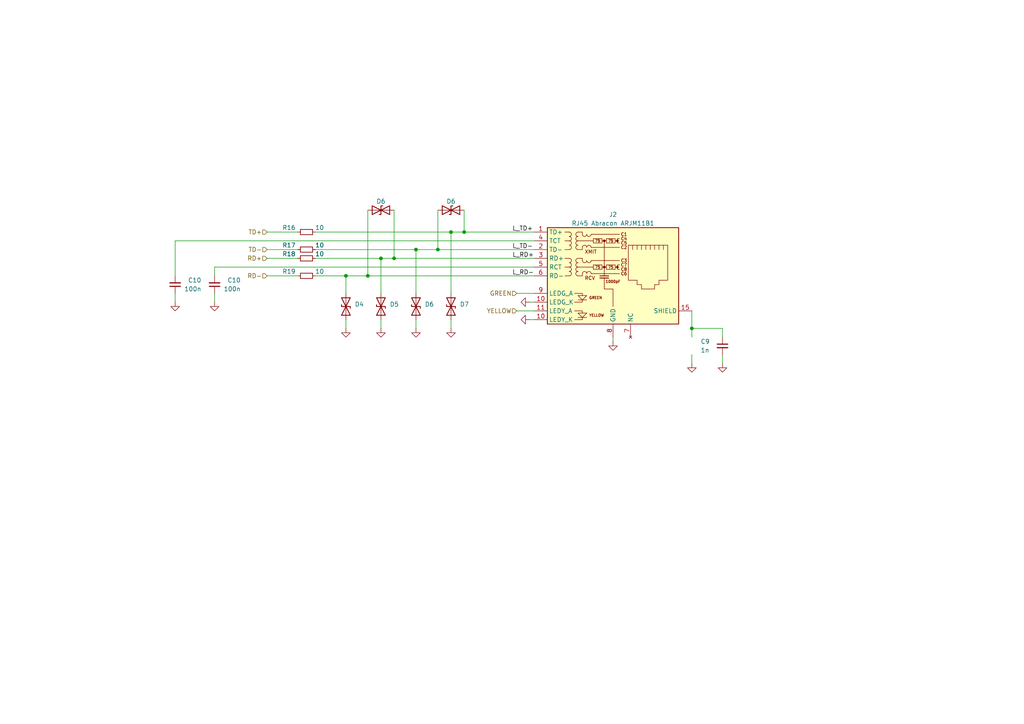
<source format=kicad_sch>
(kicad_sch (version 20230121) (generator eeschema)
  (paper "A4")
  (lib_symbols
    (symbol "Device:C_Small" (pin_numbers hide) (pin_names (offset 0.254) hide)
      (property "Reference" "C" (at 0.254 1.778 0))
      (property "Value" "C_Small" (at 0.254 -2.032 0))
      (symbol "C_Small_0_1"
        (polyline (pts (xy -1.524 -0.508) (xy 1.524 -0.508)) (stroke (width 0.3302)))
        (polyline (pts (xy -1.524 0.508) (xy 1.524 0.508)) (stroke (width 0.3048)))
      )
      (symbol "C_Small_1_1"
        (pin passive line (at 0 2.54 270) (length 2.032) (name "~") (number "1"))
        (pin passive line (at 0 -2.54 90) (length 2.032) (name "~") (number "2"))
      )
    )
    (symbol "Device:D_TVS" (pin_numbers hide) (pin_names (offset 1.016) hide)
      (property "Reference" "D" (at 0 2.54 0))
      (property "Value" "D_TVS" (at 0 -2.54 0))
      (symbol "D_TVS_0_1"
        (polyline (pts (xy 1.27 0) (xy -1.27 0)))
        (polyline (pts (xy 0.508 1.27) (xy 0 1.27) (xy 0 -1.27) (xy -0.508 -1.27)) (stroke (width 0.254)))
        (polyline (pts (xy -2.54 1.27) (xy -2.54 -1.27) (xy 2.54 1.27) (xy 2.54 -1.27) (xy -2.54 1.27)) (stroke (width 0.254)))
      )
      (symbol "D_TVS_1_1"
        (pin passive line (at -3.81 0 0) (length 2.54) (name "A1") (number "1"))
        (pin passive line (at 3.81 0 180) (length 2.54) (name "A2") (number "2"))
      )
    )
    (symbol "Device:R_Small" (pin_numbers hide) (pin_names (offset 0.254) hide)
      (property "Reference" "R" (at 0.762 0.508 0))
      (property "Value" "R_Small" (at 0.762 -1.016 0))
      (symbol "R_Small_0_1"
        (rectangle (start -0.762 1.778) (end 0.762 -1.778) (stroke (width 0.2032)))
      )
      (symbol "R_Small_1_1"
        (pin passive line (at 0 2.54 270) (length 0.762) (name "~") (number "1"))
        (pin passive line (at 0 -2.54 90) (length 0.762) (name "~") (number "2"))
      )
    )
    (symbol "My_custom_lib:RJ45_Abracon_ARJM11B1"
      (property "Reference" "J" (at 19.05 15.24 0))
      (property "Value" "RJ45 Abracon ARJM11B1" (at -19.05 15.24 0))
      (symbol "RJ45_Abracon_ARJM11B1_0_0"
        (circle (center -2.54 2.54) (radius 0.254) (stroke (width 0.254)) (fill (type outline)))
        (circle (center -2.54 10.16) (radius 0.254) (stroke (width 0.254)) (fill (type outline)))
        (polyline (pts (xy -7.62 -12.065) (xy -10.16 -12.065)))
        (polyline (pts (xy -7.62 -6.985) (xy -10.16 -6.985)))
        (polyline (pts (xy -2.54 10.16) (xy -2.54 0)))
        (polyline (pts (xy -1.27 -0.635) (xy -3.81 -0.635)) (stroke (width 0.254)))
        (polyline (pts (xy -1.27 0) (xy -3.81 0)) (stroke (width 0.254)))
        (polyline (pts (xy 1.27 2.54) (xy 0.635 2.54)))
        (polyline (pts (xy 1.27 10.16) (xy 0.635 10.16)))
        (polyline (pts (xy -11.176 -12.7) (xy -8.89 -12.7) (xy -8.89 -12.065)))
        (polyline (pts (xy -11.176 -10.16) (xy -8.89 -10.16) (xy -8.89 -10.795)))
        (polyline (pts (xy -11.176 -5.08) (xy -8.89 -5.08) (xy -8.89 -5.715)))
        (polyline (pts (xy -8.89 -6.985) (xy -8.89 -7.62) (xy -11.176 -7.62)))
        (polyline (pts (xy -10.16 -5.715) (xy -7.62 -5.715) (xy -8.89 -6.985) (xy -10.16 -5.715)))
        (polyline (pts (xy -7.62 -10.795) (xy -10.16 -10.795) (xy -8.89 -12.065) (xy -7.62 -10.795)))
        (polyline (pts (xy -2.54 -0.635) (xy -2.54 -3.81) (xy 0 -3.81) (xy 0 -8.89)))
        (polyline (pts (xy 1.905 3.175) (xy 1.27 3.175) (xy 1.27 1.905) (xy 1.905 1.905)))
        (polyline (pts (xy 1.905 10.795) (xy 1.27 10.795) (xy 1.27 9.525) (xy 1.905 9.525)))
        (circle (center 1.27 2.54) (radius 0.254) (stroke (width 0.254)) (fill (type outline)))
        (circle (center 1.27 10.16) (radius 0.254) (stroke (width 0.254)) (fill (type outline)))
        (text "1000pF" (at 0 -1.651 0) (effects (font (size 0.762 0.762))))
        (text "75" (at -4.445 2.54 0) (effects (font (size 0.762 0.762))))
        (text "75" (at -4.445 10.16 0) (effects (font (size 0.762 0.762))))
        (text "75" (at -0.635 2.54 0) (effects (font (size 0.762 0.762))))
        (text "75" (at -0.635 10.16 0) (effects (font (size 0.762 0.762))))
        (text "C1" (at 3.175 12.065 0) (effects (font (size 0.889 0.889))))
        (text "C2" (at 3.175 8.255 0) (effects (font (size 0.889 0.889))))
        (text "C3" (at 3.175 4.445 0) (effects (font (size 0.889 0.889))))
        (text "C4" (at 3.175 10.795 0) (effects (font (size 0.889 0.889))))
        (text "C5" (at 3.175 9.525 0) (effects (font (size 0.889 0.889))))
        (text "C6" (at 3.175 0.635 0) (effects (font (size 0.889 0.889))))
        (text "C7" (at 3.175 3.175 0) (effects (font (size 0.889 0.889))))
        (text "C8" (at 3.175 1.905 0) (effects (font (size 0.889 0.889))))
        (text "GREEN" (at -6.985 -6.35 0) (effects (font (size 0.762 0.762)) (justify left)))
        (text "RCV" (at -8.255 -0.635 0) (effects (font (size 1.016 1.016)) (justify left)))
        (text "XMIT" (at -8.255 6.985 0) (effects (font (size 1.016 1.016)) (justify left)))
        (text "YELLOW" (at -6.985 -11.43 0) (effects (font (size 0.762 0.762)) (justify left)))
      )
      (symbol "RJ45_Abracon_ARJM11B1_0_1"
        (rectangle (start -19.05 -13.97) (end 19.05 13.97) (stroke (width 0.254)) (fill (type background)))
        (arc (start -12.7 0) (mid -12.0677 0.635) (end -12.7 1.27))
        (arc (start -12.7 1.27) (mid -12.0677 1.905) (end -12.7 2.54))
        (arc (start -12.7 2.54) (mid -12.0677 3.175) (end -12.7 3.81))
        (arc (start -12.7 3.81) (mid -12.0677 4.445) (end -12.7 5.08))
        (arc (start -12.7 7.62) (mid -12.0677 8.255) (end -12.7 8.89))
        (arc (start -12.7 8.89) (mid -12.0677 9.525) (end -12.7 10.16))
        (arc (start -12.7 10.16) (mid -12.0677 10.795) (end -12.7 11.43))
        (arc (start -12.7 11.43) (mid -12.0677 12.065) (end -12.7 12.7))
        (arc (start -10.16 1.27) (mid -10.7923 0.635) (end -10.16 0))
        (arc (start -10.16 2.54) (mid -10.7923 1.905) (end -10.16 1.27))
        (arc (start -10.16 3.81) (mid -10.7923 3.175) (end -10.16 2.54))
        (arc (start -10.16 5.08) (mid -10.7923 4.445) (end -10.16 3.81))
        (arc (start -10.16 8.89) (mid -10.7923 8.255) (end -10.16 7.62))
        (arc (start -10.16 10.16) (mid -10.7923 9.525) (end -10.16 8.89))
        (arc (start -10.16 11.43) (mid -10.7923 10.795) (end -10.16 10.16))
        (arc (start -10.16 12.7) (mid -10.7923 12.065) (end -10.16 11.43))
        (arc (start -8.89 4.445) (mid -8.255 3.8127) (end -7.62 4.445))
        (arc (start -8.89 12.065) (mid -8.255 11.4327) (end -7.62 12.065))
        (arc (start -7.62 0.635) (mid -8.255 1.2673) (end -8.89 0.635))
        (arc (start -7.62 4.445) (mid -6.985 3.8127) (end -6.35 4.445))
        (arc (start -7.62 8.255) (mid -8.255 8.8873) (end -8.89 8.255))
        (arc (start -7.62 12.065) (mid -6.985 11.4327) (end -6.35 12.065))
        (arc (start -6.35 0.635) (mid -6.985 1.2673) (end -7.62 0.635))
        (arc (start -6.35 8.255) (mid -6.985 8.8873) (end -7.62 8.255))
        (rectangle (start -5.715 3.175) (end -3.175 1.905))
        (rectangle (start -5.715 10.795) (end -3.175 9.525))
        (rectangle (start -1.905 3.175) (end 0.635 1.905))
        (rectangle (start -1.905 10.795) (end 0.635 9.525))
        (polyline (pts (xy -12.7 0) (xy -13.97 0)))
        (polyline (pts (xy -12.7 2.54) (xy -13.97 2.54)))
        (polyline (pts (xy -12.7 5.08) (xy -13.97 5.08)))
        (polyline (pts (xy -12.7 7.62) (xy -13.97 7.62)))
        (polyline (pts (xy -12.7 10.16) (xy -13.97 10.16)))
        (polyline (pts (xy -12.7 12.7) (xy -13.97 12.7)))
        (polyline (pts (xy -6.35 0.635) (xy 1.905 0.635)))
        (polyline (pts (xy -6.35 4.445) (xy 1.905 4.445)))
        (polyline (pts (xy -6.35 8.255) (xy 1.905 8.255)))
        (polyline (pts (xy -6.35 12.065) (xy 1.905 12.065)))
        (polyline (pts (xy -5.715 2.54) (xy -10.16 2.54)))
        (polyline (pts (xy -5.715 10.16) (xy -10.16 10.16)))
        (polyline (pts (xy -3.175 2.54) (xy -1.905 2.54)))
        (polyline (pts (xy -3.175 10.16) (xy -1.905 10.16)))
        (polyline (pts (xy 5.715 7.62) (xy 5.715 8.89)))
        (polyline (pts (xy 6.985 8.89) (xy 6.985 7.62)))
        (polyline (pts (xy 8.255 8.89) (xy 8.255 7.62)))
        (polyline (pts (xy 9.525 8.89) (xy 9.525 7.62)))
        (polyline (pts (xy 10.795 8.89) (xy 10.795 7.62)))
        (polyline (pts (xy 12.065 8.89) (xy 12.065 7.62)))
        (polyline (pts (xy 13.335 7.62) (xy 13.335 8.89)))
        (polyline (pts (xy 14.605 7.62) (xy 14.605 8.89)))
        (polyline (pts (xy -10.16 5.08) (xy -8.89 5.08) (xy -8.89 4.445)))
        (polyline (pts (xy -10.16 12.7) (xy -8.89 12.7) (xy -8.89 12.065)))
        (polyline (pts (xy -8.89 0.635) (xy -8.89 0) (xy -10.16 0)))
        (polyline (pts (xy -8.89 8.255) (xy -8.89 7.62) (xy -10.16 7.62)))
        (polyline (pts (xy 4.445 8.89) (xy 15.875 8.89) (xy 15.875 -1.27) (xy 13.335 -1.27) (xy 13.335 -2.54) (xy 12.065 -2.54) (xy 12.065 -3.81) (xy 8.255 -3.81) (xy 8.255 -2.54) (xy 6.985 -2.54) (xy 6.985 -1.27) (xy 4.445 -1.27) (xy 4.445 8.89)))
      )
      (symbol "RJ45_Abracon_ARJM11B1_1_1"
        (pin passive line (at -22.86 12.7 0) (length 3.81) (name "TD+") (number "1"))
        (pin passive line (at -22.86 -7.62 0) (length 3.81) (name "LEDG_K") (number "10"))
        (pin passive line (at -22.86 -12.7 0) (length 3.81) (name "LEDY_K") (number "10"))
        (pin passive line (at -22.86 -10.16 0) (length 3.81) (name "LEDY_A") (number "11"))
        (pin passive line (at 22.86 -10.16 180) (length 3.81) (name "SHIELD") (number "15"))
        (pin passive line (at -22.86 7.62 0) (length 3.81) (name "TD-") (number "2"))
        (pin passive line (at -22.86 5.08 0) (length 3.81) (name "RD+") (number "3"))
        (pin passive line (at -22.86 10.16 0) (length 3.81) (name "TCT") (number "4"))
        (pin passive line (at -22.86 2.54 0) (length 3.81) (name "RCT") (number "5"))
        (pin passive line (at -22.86 0 0) (length 3.81) (name "RD-") (number "6"))
        (pin no_connect line (at 5.08 -17.78 90) (length 3.81) (name "NC") (number "7"))
        (pin no_connect line (at 5.08 -5.08 0) (length 0) hide (name "NC") (number "7"))
        (pin power_in line (at 0 -17.78 90) (length 3.81) (name "GND") (number "8"))
        (pin passive line (at -22.86 -5.08 0) (length 3.81) (name "LEDG_A") (number "9"))
      )
    )
    (symbol "power:GND" (power) (pin_names (offset 0))
      (property "Value" "GND" (at 0 -3.81 0))
      (symbol "GND_0_1"
        (polyline (pts (xy 0 0) (xy 0 -1.27) (xy 1.27 -1.27) (xy 0 -2.54) (xy -1.27 -1.27) (xy 0 -1.27)))
      )
      (symbol "GND_1_1"
        (pin power_in line (at 0 0 270) (length 0) hide (name "GND") (number "1"))
      )
    )
  )
  (junction (at 114.3 74.93))
  (junction (at 120.65 72.39))
  (junction (at 200.66 95.25))
  (junction (at 127 72.39))
  (junction (at 100.33 80.01))
  (junction (at 130.81 67.31))
  (junction (at 134.62 67.31))
  (junction (at 110.49 74.93))
  (junction (at 106.68 80.01))
  (wire (pts (xy 91.44 67.31) (xy 130.81 67.31)))
  (wire (pts (xy 127 72.39) (xy 154.94 72.39)))
  (wire (pts (xy 91.44 80.01) (xy 100.33 80.01)))
  (wire (pts (xy 106.68 60.96) (xy 106.68 80.01)))
  (wire (pts (xy 120.65 92.71) (xy 120.65 95.25)))
  (wire (pts (xy 62.23 85.09) (xy 62.23 87.63)))
  (wire (pts (xy 77.47 74.93) (xy 86.36 74.93)))
  (wire (pts (xy 114.3 60.96) (xy 114.3 74.93)))
  (wire (pts (xy 200.66 102.87) (xy 200.66 105.41)))
  (wire (pts (xy 209.55 102.87) (xy 209.55 105.41)))
  (wire (pts (xy 209.55 95.25) (xy 200.66 95.25)))
  (wire (pts (xy 127 60.96) (xy 127 72.39)))
  (wire (pts (xy 149.86 85.09) (xy 154.94 85.09)))
  (wire (pts (xy 110.49 74.93) (xy 114.3 74.93)))
  (wire (pts (xy 130.81 92.71) (xy 130.81 95.25)))
  (wire (pts (xy 100.33 92.71) (xy 100.33 95.25)))
  (wire (pts (xy 200.66 95.25) (xy 200.66 90.17)))
  (wire (pts (xy 149.86 90.17) (xy 154.94 90.17)))
  (wire (pts (xy 50.8 80.01) (xy 50.8 69.85)))
  (wire (pts (xy 134.62 67.31) (xy 154.94 67.31)))
  (wire (pts (xy 106.68 80.01) (xy 154.94 80.01)))
  (wire (pts (xy 120.65 72.39) (xy 120.65 85.09)))
  (wire (pts (xy 209.55 95.25) (xy 209.55 97.79)))
  (wire (pts (xy 110.49 92.71) (xy 110.49 95.25)))
  (wire (pts (xy 77.47 67.31) (xy 86.36 67.31)))
  (wire (pts (xy 177.8 99.06) (xy 177.8 97.79)))
  (wire (pts (xy 100.33 80.01) (xy 106.68 80.01)))
  (wire (pts (xy 62.23 77.47) (xy 154.94 77.47)))
  (wire (pts (xy 62.23 77.47) (xy 62.23 80.01)))
  (wire (pts (xy 130.81 85.09) (xy 130.81 67.31)))
  (wire (pts (xy 114.3 74.93) (xy 154.94 74.93)))
  (wire (pts (xy 50.8 85.09) (xy 50.8 87.63)))
  (wire (pts (xy 91.44 72.39) (xy 120.65 72.39)))
  (wire (pts (xy 100.33 85.09) (xy 100.33 80.01)))
  (wire (pts (xy 91.44 74.93) (xy 110.49 74.93)))
  (wire (pts (xy 153.67 87.63) (xy 154.94 87.63)))
  (wire (pts (xy 77.47 72.39) (xy 86.36 72.39)))
  (wire (pts (xy 134.62 60.96) (xy 134.62 67.31)))
  (wire (pts (xy 50.8 69.85) (xy 154.94 69.85)))
  (wire (pts (xy 153.67 92.71) (xy 154.94 92.71)))
  (wire (pts (xy 120.65 72.39) (xy 127 72.39)))
  (wire (pts (xy 110.49 74.93) (xy 110.49 85.09)))
  (wire (pts (xy 130.81 67.31) (xy 134.62 67.31)))
  (wire (pts (xy 200.66 95.25) (xy 200.66 97.79)))
  (wire (pts (xy 77.47 80.01) (xy 86.36 80.01)))
  (label "L_RD+" (at 148.59 74.93 0))
  (label "L_TD+" (at 148.59 67.31 0))
  (label "L_RD-" (at 148.59 80.01 0))
  (label "L_TD-" (at 148.59 72.39 0))
  (hierarchical_label "YELLOW" (shape input) (at 149.86 90.17 180))
  (hierarchical_label "TD-" (shape input) (at 77.47 72.39 180))
  (hierarchical_label "TD+" (shape input) (at 77.47 67.31 180))
  (hierarchical_label "GREEN" (shape input) (at 149.86 85.09 180))
  (hierarchical_label "RD-" (shape input) (at 77.47 80.01 180))
  (hierarchical_label "RD+" (shape input) (at 77.47 74.93 180))
  (symbol (lib_id "power:GND") (at 153.67 87.63 270) (unit 1)
    (property "Reference" "#PWR07" (effects hide))
    (property "Value" "GND" (effects hide))
    (instances (project "Ethernet_switch_4out" (path "" (reference "#PWR07") (unit 1)) (path "" (reference "#PWR092") (unit 1)) (path "" (reference "#PWR0103") (unit 1)) (path "" (reference "#PWR0114") (unit 1)) (path "" (reference "#PWR0125") (unit 1))))
  )
  (symbol (lib_id "Device:R_Small") (at 88.9 80.01 90) (unit 1)
    (property "Reference" "R19" (at 83.82 78.74 90))
    (property "Value" "10" (at 92.71 78.74 90))
    (property "Footprint" "Resistor_SMD:R_0402_1005Metric" (effects hide))
    (property "Datasheet" "https://jlcpcb.com/partdetail/25820-0402WGF100JTCE/C25077" (effects hide))
    (property "LCSC" "C25077" (effects hide))
    (instances (project "F1C100S_F1C200S_MPU_HW" (path "" (reference "R19") (unit 1))) (project "Ethernet_switch_4out" (path "" (reference "R47") (unit 1)) (path "" (reference "R52") (unit 1)) (path "" (reference "R57") (unit 1)) (path "" (reference "R62") (unit 1))) (project "cross_band_handy_walkie_talkie_ES8388" (path "" (reference "R11") (unit 1))))
  )
  (symbol (lib_id "Device:C_Small") (at 209.55 100.33 0) (unit 1)
    (property "Reference" "C9" (at 203.2 99.06 0) (effects (justify left)))
    (property "Value" "1n" (at 203.2 101.6 0) (effects (justify left)))
    (property "Footprint" "Capacitor_SMD:C_1206_3216Metric" (effects hide))
    (property "LCSC" "C9196" (effects hide))
    (instances (project "Ethernet_switch_4out" (path "" (reference "C9") (unit 1)) (path "" (reference "C40") (unit 1)) (path "" (reference "C43") (unit 1)) (path "" (reference "C46") (unit 1)) (path "" (reference "C49") (unit 1))) (project "cross_band_handy_walkie_talkie_ES8388" (path "" (reference "C6") (unit 1))))
  )
  (symbol (lib_id "power:GND") (at 50.8 87.63 0) (unit 1)
    (property "Reference" "#PWR039" (effects hide))
    (property "Value" "GND" (effects hide))
    (instances (project "Ethernet_switch_4out" (path "" (reference "#PWR039") (unit 1)) (path "" (reference "#PWR090") (unit 1)) (path "" (reference "#PWR0101") (unit 1)) (path "" (reference "#PWR0112") (unit 1)) (path "" (reference "#PWR0123") (unit 1))) (project "cross_band_handy_walkie_talkie_ES8388" (path "" (reference "#PWR05") (unit 1))))
  )
  (symbol (lib_id "Device:R_Small") (at 88.9 72.39 90) (unit 1)
    (property "Reference" "R17" (at 83.82 71.12 90))
    (property "Value" "10" (at 92.71 71.12 90))
    (property "Footprint" "Resistor_SMD:R_0402_1005Metric" (effects hide))
    (property "Datasheet" "https://jlcpcb.com/partdetail/25820-0402WGF100JTCE/C25077" (effects hide))
    (property "LCSC" "C25077" (effects hide))
    (instances (project "F1C100S_F1C200S_MPU_HW" (path "" (reference "R17") (unit 1))) (project "Ethernet_switch_4out" (path "" (reference "R45") (unit 1)) (path "" (reference "R50") (unit 1)) (path "" (reference "R55") (unit 1)) (path "" (reference "R60") (unit 1))) (project "cross_band_handy_walkie_talkie_ES8388" (path "" (reference "R9") (unit 1))))
  )
  (symbol (lib_id "Device:D_TVS") (at 100.33 88.9 90) (unit 1)
    (property "Reference" "D4" (at 102.87 88.265 90) (effects (justify right)))
    (property "Value" "SMF6.0CA" (effects hide))
    (property "Footprint" "Diode_SMD:D_SOD-123F" (effects hide))
    (property "LCSC" "C2990473" (effects hide))
    (instances (project "Ethernet_surge_protector" (path "" (reference "D4") (unit 1))) (project "Ethernet_switch_4out" (path "" (reference "D11") (unit 1)) (path "" (reference "D17") (unit 1)) (path "" (reference "D23") (unit 1)) (path "" (reference "D29") (unit 1))))
  )
  (symbol (lib_id "power:GND") (at 153.67 92.71 270) (unit 1)
    (property "Reference" "#PWR08" (effects hide))
    (property "Value" "GND" (effects hide))
    (instances (project "Ethernet_switch_4out" (path "" (reference "#PWR08") (unit 1)) (path "" (reference "#PWR093") (unit 1)) (path "" (reference "#PWR0104") (unit 1)) (path "" (reference "#PWR0115") (unit 1)) (path "" (reference "#PWR0126") (unit 1))))
  )
  (symbol (lib_id "Device:D_TVS") (at 130.81 88.9 90) (unit 1)
    (property "Reference" "D7" (at 133.35 88.265 90) (effects (justify right)))
    (property "Value" "SMF6.0CA" (effects hide))
    (property "Footprint" "Diode_SMD:D_SOD-123F" (effects hide))
    (property "LCSC" "C2990473" (effects hide))
    (instances (project "Ethernet_surge_protector" (path "" (reference "D7") (unit 1))) (project "Ethernet_switch_4out" (path "" (reference "D14") (unit 1)) (path "" (reference "D20") (unit 1)) (path "" (reference "D26") (unit 1)) (path "" (reference "D32") (unit 1))))
  )
  (symbol (lib_id "Device:C_Small") (at 50.8 82.55 180) (unit 1)
    (property "Reference" "C10" (at 58.42 81.28 0) (effects (justify left)))
    (property "Value" "100n" (at 58.42 83.82 0) (effects (justify left)))
    (property "Footprint" "Capacitor_SMD:C_0603_1608Metric" (effects hide))
    (property "LCSC" "C14663" (effects hide))
    (instances (project "Ethernet_switch_4out" (path "" (reference "C10") (unit 1)) (path "" (reference "C38") (unit 1)) (path "" (reference "C41") (unit 1)) (path "" (reference "C44") (unit 1)) (path "" (reference "C47") (unit 1))) (project "cross_band_handy_walkie_talkie_ES8388" (path "" (reference "C1") (unit 1))))
  )
  (symbol (lib_id "power:GND") (at 62.23 87.63 0) (unit 1)
    (property "Reference" "#PWR039" (effects hide))
    (property "Value" "GND" (effects hide))
    (instances (project "Ethernet_switch_4out" (path "" (reference "#PWR039") (unit 1)) (path "" (reference "#PWR091") (unit 1)) (path "" (reference "#PWR0102") (unit 1)) (path "" (reference "#PWR0113") (unit 1)) (path "" (reference "#PWR0124") (unit 1))) (project "cross_band_handy_walkie_talkie_ES8388" (path "" (reference "#PWR05") (unit 1))))
  )
  (symbol (lib_id "Device:D_TVS") (at 120.65 88.9 90) (unit 1)
    (property "Reference" "D6" (at 123.19 88.265 90) (effects (justify right)))
    (property "Value" "SMF6.0CA" (effects hide))
    (property "Footprint" "Diode_SMD:D_SOD-123F" (effects hide))
    (property "LCSC" "C2990473" (effects hide))
    (instances (project "Ethernet_surge_protector" (path "" (reference "D6") (unit 1))) (project "Ethernet_switch_4out" (path "" (reference "D13") (unit 1)) (path "" (reference "D19") (unit 1)) (path "" (reference "D25") (unit 1)) (path "" (reference "D31") (unit 1))))
  )
  (symbol (lib_id "Device:C_Small") (at 62.23 82.55 180) (unit 1)
    (property "Reference" "C10" (at 69.85 81.28 0) (effects (justify left)))
    (property "Value" "100n" (at 69.85 83.82 0) (effects (justify left)))
    (property "Footprint" "Capacitor_SMD:C_0603_1608Metric" (effects hide))
    (property "LCSC" "C14663" (effects hide))
    (instances (project "Ethernet_switch_4out" (path "" (reference "C10") (unit 1)) (path "" (reference "C39") (unit 1)) (path "" (reference "C42") (unit 1)) (path "" (reference "C45") (unit 1)) (path "" (reference "C48") (unit 1))) (project "cross_band_handy_walkie_talkie_ES8388" (path "" (reference "C1") (unit 1))))
  )
  (symbol (lib_id "power:GND") (at 100.33 95.25 0) (unit 1)
    (property "Reference" "#PWR03" (effects hide))
    (property "Value" "GND" (effects hide))
    (instances (project "Ethernet_surge_protector" (path "" (reference "#PWR03") (unit 1))) (project "Ethernet_switch_4out" (path "" (reference "#PWR094") (unit 1)) (path "" (reference "#PWR0105") (unit 1)) (path "" (reference "#PWR0116") (unit 1)) (path "" (reference "#PWR0127") (unit 1))))
  )
  (symbol (lib_id "power:GND") (at 177.8 99.06 0) (unit 1)
    (property "Reference" "#PWR02" (effects hide))
    (property "Value" "GND" (effects hide))
    (instances (project "Ethernet_switch_4out" (path "" (reference "#PWR02") (unit 1)) (path "" (reference "#PWR098") (unit 1)) (path "" (reference "#PWR0109") (unit 1)) (path "" (reference "#PWR0120") (unit 1)) (path "" (reference "#PWR0131") (unit 1))))
  )
  (symbol (lib_id "Device:D_TVS") (at 110.49 88.9 90) (unit 1)
    (property "Reference" "D5" (at 113.03 88.265 90) (effects (justify right)))
    (property "Value" "SMF6.0CA" (effects hide))
    (property "Footprint" "Diode_SMD:D_SOD-123F" (effects hide))
    (property "LCSC" "C2990473" (effects hide))
    (instances (project "Ethernet_surge_protector" (path "" (reference "D5") (unit 1))) (project "Ethernet_switch_4out" (path "" (reference "D12") (unit 1)) (path "" (reference "D18") (unit 1)) (path "" (reference "D24") (unit 1)) (path "" (reference "D30") (unit 1))))
  )
  (symbol (lib_id "Device:R_Small") (at 88.9 67.31 90) (unit 1)
    (property "Reference" "R16" (at 83.82 66.04 90))
    (property "Value" "10" (at 92.71 66.04 90))
    (property "Footprint" "Resistor_SMD:R_0402_1005Metric" (effects hide))
    (property "Datasheet" "https://jlcpcb.com/partdetail/25820-0402WGF100JTCE/C25077" (effects hide))
    (property "LCSC" "C25077" (effects hide))
    (instances (project "F1C100S_F1C200S_MPU_HW" (path "" (reference "R16") (unit 1))) (project "Ethernet_switch_4out" (path "" (reference "R44") (unit 1)) (path "" (reference "R49") (unit 1)) (path "" (reference "R54") (unit 1)) (path "" (reference "R59") (unit 1))) (project "cross_band_handy_walkie_talkie_ES8388" (path "" (reference "R8") (unit 1))))
  )
  (symbol (lib_id "Device:D_TVS") (at 110.49 60.96 180) (unit 1)
    (property "Reference" "D6" (at 110.49 58.42 0))
    (property "Value" "SMF6.0CA" (effects hide))
    (property "Footprint" "Diode_SMD:D_SOD-123F" (effects hide))
    (property "LCSC" "C2990473" (effects hide))
    (instances (project "Ethernet_surge_protector" (path "" (reference "D6") (unit 1))) (project "Ethernet_switch_4out" (path "" (reference "D9") (unit 1)) (path "" (reference "D15") (unit 1)) (path "" (reference "D21") (unit 1)) (path "" (reference "D27") (unit 1))))
  )
  (symbol (lib_id "power:GND") (at 110.49 95.25 0) (unit 1)
    (property "Reference" "#PWR04" (effects hide))
    (property "Value" "GND" (effects hide))
    (instances (project "Ethernet_surge_protector" (path "" (reference "#PWR04") (unit 1))) (project "Ethernet_switch_4out" (path "" (reference "#PWR095") (unit 1)) (path "" (reference "#PWR0106") (unit 1)) (path "" (reference "#PWR0117") (unit 1)) (path "" (reference "#PWR0128") (unit 1))))
  )
  (symbol (lib_id "power:GND") (at 209.55 105.41 0) (unit 1)
    (property "Reference" "#PWR039" (effects hide))
    (property "Value" "GND" (effects hide))
    (instances (project "Ethernet_switch_4out" (path "" (reference "#PWR039") (unit 1)) (path "" (reference "#PWR0100") (unit 1)) (path "" (reference "#PWR0111") (unit 1)) (path "" (reference "#PWR0122") (unit 1)) (path "" (reference "#PWR0133") (unit 1))) (project "cross_band_handy_walkie_talkie_ES8388" (path "" (reference "#PWR021") (unit 1))))
  )
  (symbol (lib_id "My_custom_lib:RJ45_Abracon_ARJM11B1") (at 177.8 80.01 0) (unit 1)
    (property "Reference" "J2" (at 177.8 62.23 0))
    (property "Value" "RJ45 Abracon ARJM11B1" (at 177.8 64.77 0))
    (property "Footprint" "Z_mycustom_footprint_lib:RJ45_Abracon_ARJM11B1" (effects hide))
    (property "Datasheet" "https://ro.mouser.com/datasheet/2/3/ARJM11-1775072.pdf" (effects hide))
    (instances (project "Ethernet_switch_4out" (path "" (reference "J2") (unit 1)) (path "" (reference "J7") (unit 1)) (path "" (reference "J8") (unit 1)) (path "" (reference "J9") (unit 1)) (path "" (reference "J10") (unit 1))))
  )
  (symbol (lib_id "Device:D_TVS") (at 130.81 60.96 180) (unit 1)
    (property "Reference" "D6" (at 130.81 58.42 0))
    (property "Value" "SMF6.0CA" (effects hide))
    (property "Footprint" "Diode_SMD:D_SOD-123F" (effects hide))
    (property "LCSC" "C2990473" (effects hide))
    (instances (project "Ethernet_surge_protector" (path "" (reference "D6") (unit 1))) (project "Ethernet_switch_4out" (path "" (reference "D10") (unit 1)) (path "" (reference "D16") (unit 1)) (path "" (reference "D22") (unit 1)) (path "" (reference "D28") (unit 1))))
  )
  (symbol (lib_id "power:GND") (at 120.65 95.25 0) (unit 1)
    (property "Reference" "#PWR05" (effects hide))
    (property "Value" "GND" (effects hide))
    (instances (project "Ethernet_surge_protector" (path "" (reference "#PWR05") (unit 1))) (project "Ethernet_switch_4out" (path "" (reference "#PWR096") (unit 1)) (path "" (reference "#PWR0107") (unit 1)) (path "" (reference "#PWR0118") (unit 1)) (path "" (reference "#PWR0129") (unit 1))))
  )
  (symbol (lib_id "power:GND") (at 200.66 105.41 0) (mirror y) (unit 1)
    (property "Reference" "#PWR040" (effects hide))
    (property "Value" "GND" (effects hide))
    (instances (project "Ethernet_switch_4out" (path "" (reference "#PWR040") (unit 1)) (path "" (reference "#PWR099") (unit 1)) (path "" (reference "#PWR0110") (unit 1)) (path "" (reference "#PWR0121") (unit 1)) (path "" (reference "#PWR0132") (unit 1))) (project "cross_band_handy_walkie_talkie_ES8388" (path "" (reference "#PWR022") (unit 1))))
  )
  (symbol (lib_id "Device:R_Small") (at 88.9 74.93 90) (unit 1)
    (property "Reference" "R18" (at 83.82 73.66 90))
    (property "Value" "10" (at 92.71 73.66 90))
    (property "Footprint" "Resistor_SMD:R_0402_1005Metric" (effects hide))
    (property "Datasheet" "https://jlcpcb.com/partdetail/25820-0402WGF100JTCE/C25077" (effects hide))
    (property "LCSC" "C25077" (effects hide))
    (instances (project "F1C100S_F1C200S_MPU_HW" (path "" (reference "R18") (unit 1))) (project "Ethernet_switch_4out" (path "" (reference "R46") (unit 1)) (path "" (reference "R51") (unit 1)) (path "" (reference "R56") (unit 1)) (path "" (reference "R61") (unit 1))) (project "cross_band_handy_walkie_talkie_ES8388" (path "" (reference "R10") (unit 1))))
  )
  (symbol (lib_id "power:GND") (at 130.81 95.25 0) (unit 1)
    (property "Reference" "#PWR06" (effects hide))
    (property "Value" "GND" (effects hide))
    (instances (project "Ethernet_surge_protector" (path "" (reference "#PWR06") (unit 1))) (project "Ethernet_switch_4out" (path "" (reference "#PWR097") (unit 1)) (path "" (reference "#PWR0108") (unit 1)) (path "" (reference "#PWR0119") (unit 1)) (path "" (reference "#PWR0130") (unit 1))))
  )
)
</source>
